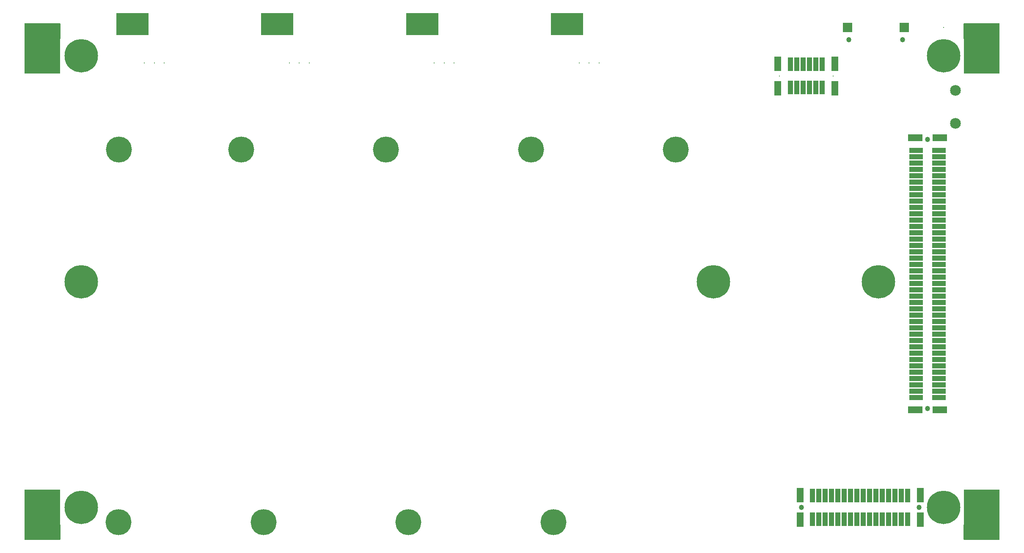
<source format=gbs>
G04*
G04 #@! TF.GenerationSoftware,Altium Limited,Altium Designer,19.1.5 (86)*
G04*
G04 Layer_Color=16711935*
%FSLAX25Y25*%
%MOIN*%
G70*
G01*
G75*
%ADD34R,0.05524X0.11430*%
%ADD35R,0.03950X0.10642*%
%ADD43R,0.10642X0.03950*%
%ADD74R,0.03950X0.10642*%
%ADD75R,0.05524X0.11430*%
%ADD76R,0.11430X0.05524*%
%ADD136C,0.04048*%
%ADD137C,0.20485*%
%ADD138C,0.26391*%
%ADD139C,0.00800*%
%ADD140R,0.28359X0.28359*%
%ADD141R,0.07493X0.07493*%
%ADD142C,0.08477*%
%ADD261R,0.25800X0.17335*%
G36*
X-602940Y-20055D02*
X-602888Y-20065D01*
X-602839Y-20082D01*
X-602792Y-20106D01*
X-602748Y-20135D01*
X-602709Y-20169D01*
X-602674Y-20209D01*
X-602645Y-20252D01*
X-602622Y-20299D01*
X-602605Y-20349D01*
X-602595Y-20400D01*
X-602591Y-20453D01*
Y-31870D01*
X-602595Y-31922D01*
X-602605Y-31974D01*
X-602622Y-32024D01*
X-602645Y-32070D01*
X-602674Y-32114D01*
X-602709Y-32153D01*
X-602748Y-32188D01*
X-602792Y-32217D01*
X-602839Y-32240D01*
X-602888Y-32257D01*
X-602940Y-32267D01*
X-602992Y-32271D01*
X-630551D01*
X-630604Y-32267D01*
X-630655Y-32257D01*
X-630705Y-32240D01*
X-630752Y-32217D01*
X-630795Y-32188D01*
X-630835Y-32153D01*
X-630869Y-32114D01*
X-630898Y-32070D01*
X-630922Y-32024D01*
X-630938Y-31974D01*
X-630949Y-31922D01*
X-630952Y-31870D01*
Y-20453D01*
X-630949Y-20400D01*
X-630938Y-20349D01*
X-630922Y-20299D01*
X-630898Y-20252D01*
X-630869Y-20209D01*
X-630835Y-20169D01*
X-630795Y-20135D01*
X-630752Y-20106D01*
X-630705Y-20082D01*
X-630655Y-20065D01*
X-630604Y-20055D01*
X-630551Y-20052D01*
X-602992D01*
X-602940Y-20055D01*
D02*
G37*
G36*
Y375220D02*
X-602888Y375210D01*
X-602839Y375193D01*
X-602792Y375170D01*
X-602748Y375141D01*
X-602709Y375106D01*
X-602674Y375067D01*
X-602645Y375023D01*
X-602622Y374976D01*
X-602605Y374927D01*
X-602595Y374875D01*
X-602591Y374823D01*
Y363405D01*
X-602595Y363353D01*
X-602605Y363302D01*
X-602622Y363252D01*
X-602645Y363205D01*
X-602674Y363161D01*
X-602709Y363122D01*
X-602748Y363088D01*
X-602792Y363058D01*
X-602839Y363035D01*
X-602888Y363018D01*
X-602940Y363008D01*
X-602992Y363005D01*
X-630551D01*
X-630604Y363008D01*
X-630655Y363018D01*
X-630705Y363035D01*
X-630752Y363058D01*
X-630795Y363088D01*
X-630835Y363122D01*
X-630869Y363161D01*
X-630898Y363205D01*
X-630922Y363252D01*
X-630938Y363302D01*
X-630949Y363353D01*
X-630952Y363405D01*
Y374823D01*
X-630949Y374875D01*
X-630938Y374927D01*
X-630922Y374976D01*
X-630898Y375023D01*
X-630869Y375067D01*
X-630835Y375106D01*
X-630795Y375141D01*
X-630752Y375170D01*
X-630705Y375193D01*
X-630655Y375210D01*
X-630604Y375220D01*
X-630551Y375224D01*
X-602992D01*
X-602940Y375220D01*
D02*
G37*
G36*
X136922Y-20055D02*
X136974Y-20065D01*
X137023Y-20082D01*
X137071Y-20106D01*
X137114Y-20135D01*
X137153Y-20169D01*
X137188Y-20209D01*
X137217Y-20252D01*
X137240Y-20299D01*
X137257Y-20349D01*
X137267Y-20400D01*
X137271Y-20453D01*
Y-31870D01*
X137267Y-31922D01*
X137257Y-31974D01*
X137240Y-32024D01*
X137217Y-32070D01*
X137188Y-32114D01*
X137153Y-32153D01*
X137114Y-32188D01*
X137071Y-32217D01*
X137023Y-32240D01*
X136974Y-32257D01*
X136922Y-32267D01*
X136870Y-32271D01*
X109311D01*
X109259Y-32267D01*
X109207Y-32257D01*
X109158Y-32240D01*
X109111Y-32217D01*
X109067Y-32188D01*
X109028Y-32153D01*
X108993Y-32114D01*
X108964Y-32070D01*
X108941Y-32024D01*
X108924Y-31974D01*
X108914Y-31922D01*
X108910Y-31870D01*
Y-20453D01*
X108914Y-20400D01*
X108924Y-20349D01*
X108941Y-20299D01*
X108964Y-20252D01*
X108993Y-20209D01*
X109028Y-20169D01*
X109067Y-20135D01*
X109111Y-20106D01*
X109158Y-20082D01*
X109207Y-20065D01*
X109259Y-20055D01*
X109311Y-20052D01*
X136870D01*
X136922Y-20055D01*
D02*
G37*
G36*
Y375220D02*
X136974Y375210D01*
X137023Y375193D01*
X137071Y375170D01*
X137114Y375141D01*
X137153Y375106D01*
X137188Y375067D01*
X137217Y375023D01*
X137240Y374976D01*
X137257Y374927D01*
X137267Y374875D01*
X137271Y374823D01*
Y363405D01*
X137267Y363353D01*
X137257Y363302D01*
X137240Y363252D01*
X137217Y363205D01*
X137188Y363161D01*
X137153Y363122D01*
X137114Y363088D01*
X137071Y363058D01*
X137023Y363035D01*
X136974Y363018D01*
X136922Y363008D01*
X136870Y363005D01*
X109311D01*
X109259Y363008D01*
X109207Y363018D01*
X109158Y363035D01*
X109111Y363058D01*
X109067Y363088D01*
X109028Y363122D01*
X108993Y363161D01*
X108964Y363205D01*
X108941Y363252D01*
X108924Y363302D01*
X108914Y363353D01*
X108910Y363405D01*
Y374823D01*
X108914Y374875D01*
X108924Y374927D01*
X108941Y374976D01*
X108964Y375023D01*
X108993Y375067D01*
X109028Y375106D01*
X109067Y375141D01*
X109111Y375170D01*
X109158Y375193D01*
X109207Y375210D01*
X109259Y375220D01*
X109311Y375224D01*
X136870D01*
X136922Y375220D01*
D02*
G37*
D34*
X74823Y-16319D02*
D03*
X-19823D02*
D03*
Y2972D02*
D03*
X74823D02*
D03*
D35*
X65000Y-15846D02*
D03*
X60000D02*
D03*
X55000D02*
D03*
X50000D02*
D03*
X45000D02*
D03*
X40000D02*
D03*
X35000D02*
D03*
X30000D02*
D03*
X25000D02*
D03*
X20000D02*
D03*
X15000D02*
D03*
X10000D02*
D03*
X5000D02*
D03*
X0D02*
D03*
X-5000D02*
D03*
X-10000D02*
D03*
X65000Y2500D02*
D03*
X60000D02*
D03*
X55000D02*
D03*
X50000D02*
D03*
X45000D02*
D03*
X40000D02*
D03*
X35000D02*
D03*
X30000D02*
D03*
X25000D02*
D03*
X20000D02*
D03*
X15000D02*
D03*
X10000D02*
D03*
X5000D02*
D03*
X0D02*
D03*
X-5000D02*
D03*
X-10000D02*
D03*
D43*
X71646Y80118D02*
D03*
Y85118D02*
D03*
Y90118D02*
D03*
Y95118D02*
D03*
Y100118D02*
D03*
Y105118D02*
D03*
Y110118D02*
D03*
Y115118D02*
D03*
Y120118D02*
D03*
Y125118D02*
D03*
Y130118D02*
D03*
Y135118D02*
D03*
Y140118D02*
D03*
Y145118D02*
D03*
Y150118D02*
D03*
Y155118D02*
D03*
Y160118D02*
D03*
Y165118D02*
D03*
Y170118D02*
D03*
Y175118D02*
D03*
Y180118D02*
D03*
Y185118D02*
D03*
Y190118D02*
D03*
Y195118D02*
D03*
Y200118D02*
D03*
Y205118D02*
D03*
Y210118D02*
D03*
Y215118D02*
D03*
Y220118D02*
D03*
Y225118D02*
D03*
Y230118D02*
D03*
Y235118D02*
D03*
Y240118D02*
D03*
Y245118D02*
D03*
Y250118D02*
D03*
Y255118D02*
D03*
Y260118D02*
D03*
Y265118D02*
D03*
Y270118D02*
D03*
Y275118D02*
D03*
X89646Y80118D02*
D03*
Y85118D02*
D03*
Y90118D02*
D03*
Y95118D02*
D03*
Y100118D02*
D03*
Y105118D02*
D03*
Y110118D02*
D03*
Y115118D02*
D03*
Y120118D02*
D03*
Y125118D02*
D03*
X89646Y130118D02*
D03*
X89646Y135118D02*
D03*
Y140118D02*
D03*
Y145118D02*
D03*
Y150118D02*
D03*
Y155118D02*
D03*
Y160118D02*
D03*
Y165118D02*
D03*
Y170118D02*
D03*
Y175118D02*
D03*
Y180118D02*
D03*
Y185118D02*
D03*
Y190118D02*
D03*
Y195118D02*
D03*
Y200118D02*
D03*
Y205118D02*
D03*
Y210118D02*
D03*
Y215118D02*
D03*
Y220118D02*
D03*
Y225118D02*
D03*
Y230118D02*
D03*
Y235118D02*
D03*
Y240118D02*
D03*
X89646Y245118D02*
D03*
X89646Y250118D02*
D03*
Y255118D02*
D03*
Y260118D02*
D03*
Y265118D02*
D03*
Y270118D02*
D03*
Y275118D02*
D03*
D74*
X-2500Y342854D02*
D03*
X-7500D02*
D03*
X-12500D02*
D03*
X-17500D02*
D03*
X-22500D02*
D03*
X-27500D02*
D03*
X-2500Y324508D02*
D03*
X-7500D02*
D03*
X-12500Y324508D02*
D03*
X-17500Y324508D02*
D03*
X-22500D02*
D03*
X-27500Y324508D02*
D03*
D75*
X7382Y343327D02*
D03*
X7382Y324036D02*
D03*
X-37382Y343327D02*
D03*
Y324036D02*
D03*
D76*
X70827Y70295D02*
D03*
X90118D02*
D03*
Y284941D02*
D03*
X70827D02*
D03*
D136*
X73701Y-6673D02*
D03*
X-18701D02*
D03*
X73701D02*
D03*
X-18701Y-6673D02*
D03*
X60965Y362224D02*
D03*
X18563D02*
D03*
X80472Y283819D02*
D03*
Y71417D02*
D03*
Y71417D02*
D03*
Y283819D02*
D03*
D137*
X-117756Y275805D02*
D03*
X-231929D02*
D03*
X-346102D02*
D03*
X-460276D02*
D03*
X-556732Y-18487D02*
D03*
X-442559D02*
D03*
X-214213D02*
D03*
X-328386D02*
D03*
X-556634Y275805D02*
D03*
D138*
X41890Y171476D02*
D03*
X-88032Y171476D02*
D03*
X-586063D02*
D03*
Y349626D02*
D03*
Y-6673D02*
D03*
X93169Y-6673D02*
D03*
Y349626D02*
D03*
D139*
Y371870D02*
D03*
X-186063Y344013D02*
D03*
X-193937D02*
D03*
X-178189D02*
D03*
X-300236D02*
D03*
X-308110D02*
D03*
X-292362D02*
D03*
X-414409D02*
D03*
X-422283D02*
D03*
X-406535D02*
D03*
X-528583Y344013D02*
D03*
X-536457D02*
D03*
X-520709D02*
D03*
X-36201Y333681D02*
D03*
X6201D02*
D03*
X6201Y333681D02*
D03*
X-36201Y333681D02*
D03*
D140*
X123091Y-6673D02*
D03*
Y349626D02*
D03*
X-616772Y-6673D02*
D03*
Y349626D02*
D03*
D141*
X17382Y371870D02*
D03*
X62146Y371870D02*
D03*
D142*
X102421Y296476D02*
D03*
Y322461D02*
D03*
D261*
X-203386Y374823D02*
D03*
X-317559D02*
D03*
X-431732D02*
D03*
X-545905D02*
D03*
M02*

</source>
